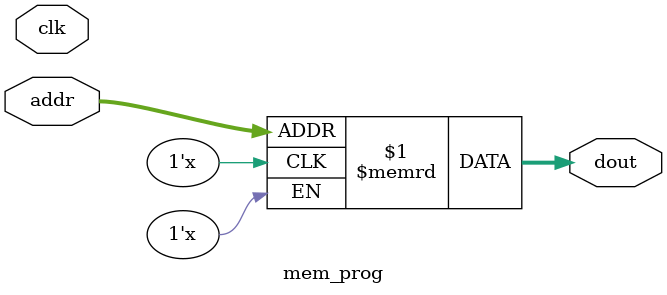
<source format=v>
module mem_prog(input wire [7:0] addr,
				input wire clk,
				output wire [15:0] dout);

reg [15:0] memory [0:255];

assign dout = memory[addr];

endmodule

</source>
